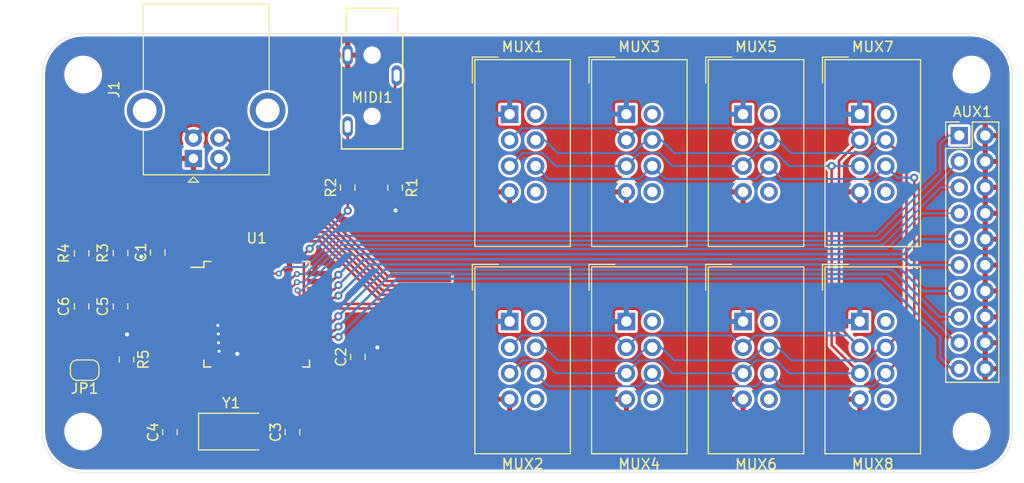
<source format=kicad_pcb>
(kicad_pcb (version 20171130) (host pcbnew "(5.1.2)-1")
  (layers (0 F.Cu signal) (31 B.Cu signal) (34 B.Paste user) (35 F.Paste user) (36 B.SilkS user) (37 F.SilkS user) (38 B.Mask user) (39 F.Mask user) (44 Edge.Cuts user))
  (net 0 "")
  (net 1 GND)
  (net 2 "Net-(MIDI1-PadR)")
  (net 3 "Net-(MIDI1-PadT)")
  (net 4 +5V)
  (net 5 M0)
  (net 6 S0)
  (net 7 S1)
  (net 8 S2)
  (net 9 S3)
  (net 10 M1)
  (net 11 M2)
  (net 12 M3)
  (net 13 M4)
  (net 14 M5)
  (net 15 M6)
  (net 16 M7)
  (net 17 TX)
  (net 18 "Net-(C3-Pad1)")
  (net 19 "Net-(C4-Pad1)")
  (net 20 "Net-(C6-Pad1)")
  (net 21 "Net-(J1-Pad2)")
  (net 22 "Net-(J1-Pad3)")
  (net 23 RESET)
  (net 24 D-)
  (net 25 D+)
  (net 26 A3)
  (net 27 A2)
  (net 28 A1)
  (net 29 A0)
  (net 30 D5)
  (net 31 D4)
  (net 32 D3)
  (net 33 D2)
  (net 34 D1)
  (net 35 D0)
  (module Connector_PinHeader_2.54mm:PinHeader_2x10_P2.54mm_Vertical (layer F.Cu) (at 193.75 35.75)
    (fp_text reference AUX1 (at 1.27 -2.33) (layer F.SilkS))
    (fp_text value AUX_CONN)
    (pad 20 thru_hole oval (at 2.54 22.86) (size 1.7 1.7) (drill 1) (layers *.Cu *.Mask) (net 1 GND))
    (pad 19 thru_hole oval (at 0 22.86) (size 1.7 1.7) (drill 1) (layers *.Cu *.Mask) (net 26 A3))
    (pad 18 thru_hole oval (at 2.54 20.32) (size 1.7 1.7) (drill 1) (layers *.Cu *.Mask) (net 1 GND))
    (pad 17 thru_hole oval (at 0 20.32) (size 1.7 1.7) (drill 1) (layers *.Cu *.Mask) (net 27 A2))
    (pad 16 thru_hole oval (at 2.54 17.78) (size 1.7 1.7) (drill 1) (layers *.Cu *.Mask) (net 1 GND))
    (pad 15 thru_hole oval (at 0 17.78) (size 1.7 1.7) (drill 1) (layers *.Cu *.Mask) (net 28 A1))
    (pad 14 thru_hole oval (at 2.54 15.24) (size 1.7 1.7) (drill 1) (layers *.Cu *.Mask) (net 1 GND))
    (pad 13 thru_hole oval (at 0 15.24) (size 1.7 1.7) (drill 1) (layers *.Cu *.Mask) (net 29 A0))
    (pad 12 thru_hole oval (at 2.54 12.7) (size 1.7 1.7) (drill 1) (layers *.Cu *.Mask) (net 1 GND))
    (pad 11 thru_hole oval (at 0 12.7) (size 1.7 1.7) (drill 1) (layers *.Cu *.Mask) (net 30 D5))
    (pad 10 thru_hole oval (at 2.54 10.16) (size 1.7 1.7) (drill 1) (layers *.Cu *.Mask) (net 1 GND))
    (pad 9 thru_hole oval (at 0 10.16) (size 1.7 1.7) (drill 1) (layers *.Cu *.Mask) (net 31 D4))
    (pad 8 thru_hole oval (at 2.54 7.62) (size 1.7 1.7) (drill 1) (layers *.Cu *.Mask) (net 1 GND))
    (pad 7 thru_hole oval (at 0 7.62) (size 1.7 1.7) (drill 1) (layers *.Cu *.Mask) (net 32 D3))
    (pad 6 thru_hole oval (at 2.54 5.08) (size 1.7 1.7) (drill 1) (layers *.Cu *.Mask) (net 1 GND))
    (pad 5 thru_hole oval (at 0 5.08) (size 1.7 1.7) (drill 1) (layers *.Cu *.Mask) (net 33 D2))
    (pad 4 thru_hole oval (at 2.54 2.54) (size 1.7 1.7) (drill 1) (layers *.Cu *.Mask) (net 1 GND))
    (pad 3 thru_hole oval (at 0 2.54) (size 1.7 1.7) (drill 1) (layers *.Cu *.Mask) (net 34 D1))
    (pad 2 thru_hole oval (at 2.54 0) (size 1.7 1.7) (drill 1) (layers *.Cu *.Mask) (net 1 GND))
    (pad 1 thru_hole rect (at 0 0) (size 1.7 1.7) (drill 1) (layers *.Cu *.Mask) (net 35 D0))
  )
  (module MountingHole:MountingHole_3.2mm_M3 (layer F.Cu) (at 194.95 64.77)
    (fp_text reference H4 hide)
    (fp_text value MountingHole)
    (pad 1 np_thru_hole circle (at 0 0) (size 3.2 3.2) (drill 3.2) (layers *.Cu *.Mask))
  )
  (module MountingHole:MountingHole_3.2mm_M3 (layer F.Cu) (at 107.95 29.77)
    (fp_text reference H3 hide)
    (fp_text value MountingHole)
    (pad 1 np_thru_hole circle (at 0 0) (size 3.2 3.2) (drill 3.2) (layers *.Cu *.Mask))
  )
  (module MountingHole:MountingHole_3.2mm_M3 (layer F.Cu) (at 107.95 64.77)
    (fp_text reference H2 hide)
    (fp_text value MountingHole)
    (pad 1 np_thru_hole circle (at 0 0) (size 3.2 3.2) (drill 3.2) (layers *.Cu *.Mask))
  )
  (module MountingHole:MountingHole_3.2mm_M3 (layer F.Cu) (at 194.95 29.77)
    (fp_text reference H1 hide)
    (fp_text value MountingHole)
    (pad 1 np_thru_hole circle (at 0 0) (size 3.2 3.2) (drill 3.2) (layers *.Cu *.Mask))
  )
  (module Capacitor_SMD:C_0805_2012Metric (layer F.Cu) (at 115.255 47.215 90)
    (fp_text reference C1 (at 0 -1.65 90) (layer F.SilkS))
    (fp_text value 0.1uF)
    (pad 1 smd roundrect (at -0.9375 0 90) (size 0.975 1.4) (layers F.Cu F.Paste F.Mask) (net 4 +5V))
    (pad 2 smd roundrect (at 0.9375 0 90) (size 0.975 1.4) (layers F.Cu F.Paste F.Mask) (net 1 GND))
  )
  (module Capacitor_SMD:C_0805_2012Metric (layer F.Cu) (at 134.856001 57.457501 90)
    (fp_text reference C2 (at 0 -1.65 90) (layer F.SilkS))
    (fp_text value 0.1uF)
    (pad 2 smd roundrect (at 0.9375 0 90) (size 0.975 1.4) (layers F.Cu F.Paste F.Mask) (net 4 +5V))
    (pad 1 smd roundrect (at -0.9375 0 90) (size 0.975 1.4) (layers F.Cu F.Paste F.Mask) (net 1 GND))
  )
  (module Capacitor_SMD:C_0805_2012Metric (layer F.Cu) (at 128.45 64.8325 90)
    (fp_text reference C3 (at 0 -1.65 90) (layer F.SilkS))
    (fp_text value 22pf)
    (pad 2 smd roundrect (at 0.9375 0 90) (size 0.975 1.4) (layers F.Cu F.Paste F.Mask) (net 1 GND))
    (pad 1 smd roundrect (at -0.9375 0 90) (size 0.975 1.4) (layers F.Cu F.Paste F.Mask) (net 18 "Net-(C3-Pad1)"))
  )
  (module Capacitor_SMD:C_0805_2012Metric (layer F.Cu) (at 116.45 64.8325 90)
    (fp_text reference C4 (at 0 -1.65 90) (layer F.SilkS))
    (fp_text value 22pF)
    (pad 1 smd roundrect (at -0.9375 0 90) (size 0.975 1.4) (layers F.Cu F.Paste F.Mask) (net 19 "Net-(C4-Pad1)"))
    (pad 2 smd roundrect (at 0.9375 0 90) (size 0.975 1.4) (layers F.Cu F.Paste F.Mask) (net 1 GND))
  )
  (module Capacitor_SMD:C_0805_2012Metric (layer F.Cu) (at 111.615001 52.504501 270)
    (fp_text reference C5 (at 0 1.75 90) (layer F.SilkS))
    (fp_text value 0.1uF)
    (pad 1 smd roundrect (at -0.9375 0 270) (size 0.975 1.4) (layers F.Cu F.Paste F.Mask) (net 1 GND))
    (pad 2 smd roundrect (at 0.9375 0 270) (size 0.975 1.4) (layers F.Cu F.Paste F.Mask) (net 4 +5V))
  )
  (module Capacitor_SMD:C_0805_2012Metric (layer F.Cu) (at 107.805001 52.504501 90)
    (fp_text reference C6 (at 0 -1.75 90) (layer F.SilkS))
    (fp_text value 22pF)
    (pad 2 smd roundrect (at 0.9375 0 90) (size 0.975 1.4) (layers F.Cu F.Paste F.Mask) (net 1 GND))
    (pad 1 smd roundrect (at -0.9375 0 90) (size 0.975 1.4) (layers F.Cu F.Paste F.Mask) (net 20 "Net-(C6-Pad1)"))
  )
  (module Connector_USB:USB_B_OST_USB-B1HSxx_Horizontal (layer F.Cu) (at 118.75 38 90)
    (fp_text reference J1 (at 6.76 -7.77 90) (layer F.SilkS))
    (fp_text value USB)
    (pad 1 thru_hole rect (at 0 0 90) (size 1.7 1.7) (drill 0.92) (layers *.Cu *.Mask) (net 1 GND))
    (pad 2 thru_hole circle (at 0 2.5 90) (size 1.7 1.7) (drill 0.92) (layers *.Cu *.Mask) (net 21 "Net-(J1-Pad2)"))
    (pad 3 thru_hole circle (at 2 2.5 90) (size 1.7 1.7) (drill 0.92) (layers *.Cu *.Mask) (net 22 "Net-(J1-Pad3)"))
    (pad 4 thru_hole circle (at 2 0 90) (size 1.7 1.7) (drill 0.92) (layers *.Cu *.Mask) (net 4 +5V))
    (pad 5 thru_hole circle (at 4.71 -4.77 90) (size 3.5 3.5) (drill 2.33) (layers *.Cu *.Mask))
    (pad 5 thru_hole circle (at 4.71 7.27 90) (size 3.5 3.5) (drill 2.33) (layers *.Cu *.Mask))
  )
  (module Jumper:SolderJumper-2_P1.3mm_Open_RoundedPad1.0x1.5mm (layer F.Cu) (at 108.1 58.75 180)
    (fp_text reference JP1 (at 0 -1.8) (layer F.SilkS))
    (fp_text value SolderJumper_2_Open)
    (pad 1 smd custom (at -0.65 0 180) (size 1 0.5) (layers F.Cu F.Mask) (net 23 RESET) (options (clearance outline) (anchor rect)) (primitives (gr_circle (center 0 0.25) (end 0.5 0.25) (width 0)) (gr_circle (center 0 -0.25) (end 0.5 -0.25) (width 0)) (gr_poly (pts (xy 0 -0.75) (xy 0.5 -0.75) (xy 0.5 0.75) (xy 0 0.75)) (width 0))))
    (pad 2 smd custom (at 0.65 0 180) (size 1 0.5) (layers F.Cu F.Mask) (net 1 GND) (options (clearance outline) (anchor rect)) (primitives (gr_circle (center 0 0.25) (end 0.5 0.25) (width 0)) (gr_circle (center 0 -0.25) (end 0.5 -0.25) (width 0)) (gr_poly (pts (xy 0 -0.75) (xy -0.5 -0.75) (xy -0.5 0.75) (xy 0 0.75)) (width 0))))
  )
  (module Connector_Audio:3.5mm_jack_THT (layer F.Cu) (at 136.25 25.77)
    (fp_text reference MIDI1 (at 0 6.25) (layer F.SilkS))
    (fp_text value MIDI_OUT)
    (pad "" np_thru_hole circle (at 0 2.1) (size 1.2 1.2) (drill 1.2) (layers *.Cu *.Mask))
    (pad "" np_thru_hole circle (at 0 8.1) (size 1.2 1.2) (drill 1.2) (layers *.Cu *.Mask))
    (pad S thru_hole oval (at -2.4 2.1) (size 1 2) (drill oval 0.6 1.2) (layers *.Cu *.Mask) (net 1 GND))
    (pad R thru_hole oval (at 2.4 4.1) (size 1 2) (drill oval 0.6 1.2) (layers *.Cu *.Mask) (net 2 "Net-(MIDI1-PadR)"))
    (pad T thru_hole oval (at -2.4 9.1) (size 1 2) (drill oval 0.6 1.2) (layers *.Cu *.Mask) (net 3 "Net-(MIDI1-PadT)"))
  )
  (module Connector_IDC:IDC-Header_2x04_P2.54mm_Vertical (layer F.Cu) (at 149.715001 33.660001)
    (fp_text reference MUX1 (at 1.27 -6.604) (layer F.SilkS))
    (fp_text value Conn_01x08)
    (pad 1 thru_hole rect (at 0 0) (size 1.7272 1.7272) (drill 1.016) (layers *.Cu *.Mask) (net 4 +5V))
    (pad 2 thru_hole oval (at 2.54 0) (size 1.7272 1.7272) (drill 1.016) (layers *.Cu *.Mask) (net 5 M0))
    (pad 3 thru_hole oval (at 0 2.54) (size 1.7272 1.7272) (drill 1.016) (layers *.Cu *.Mask) (net 9 S3))
    (pad 4 thru_hole oval (at 2.54 2.54) (size 1.7272 1.7272) (drill 1.016) (layers *.Cu *.Mask) (net 8 S2))
    (pad 5 thru_hole oval (at 0 5.08) (size 1.7272 1.7272) (drill 1.016) (layers *.Cu *.Mask) (net 7 S1))
    (pad 6 thru_hole oval (at 2.54 5.08) (size 1.7272 1.7272) (drill 1.016) (layers *.Cu *.Mask) (net 6 S0))
    (pad 7 thru_hole oval (at 0 7.62) (size 1.7272 1.7272) (drill 1.016) (layers *.Cu *.Mask) (net 1 GND))
    (pad 8 thru_hole oval (at 2.54 7.62) (size 1.7272 1.7272) (drill 1.016) (layers *.Cu *.Mask))
  )
  (module Connector_IDC:IDC-Header_2x04_P2.54mm_Vertical (layer F.Cu) (at 149.715001 53.980001)
    (fp_text reference MUX2 (at 1.27 13.97) (layer F.SilkS))
    (fp_text value Conn_01x08)
    (pad 1 thru_hole rect (at 0 0) (size 1.7272 1.7272) (drill 1.016) (layers *.Cu *.Mask) (net 4 +5V))
    (pad 2 thru_hole oval (at 2.54 0) (size 1.7272 1.7272) (drill 1.016) (layers *.Cu *.Mask) (net 10 M1))
    (pad 3 thru_hole oval (at 0 2.54) (size 1.7272 1.7272) (drill 1.016) (layers *.Cu *.Mask) (net 9 S3))
    (pad 4 thru_hole oval (at 2.54 2.54) (size 1.7272 1.7272) (drill 1.016) (layers *.Cu *.Mask) (net 8 S2))
    (pad 5 thru_hole oval (at 0 5.08) (size 1.7272 1.7272) (drill 1.016) (layers *.Cu *.Mask) (net 7 S1))
    (pad 6 thru_hole oval (at 2.54 5.08) (size 1.7272 1.7272) (drill 1.016) (layers *.Cu *.Mask) (net 6 S0))
    (pad 7 thru_hole oval (at 0 7.62) (size 1.7272 1.7272) (drill 1.016) (layers *.Cu *.Mask) (net 1 GND))
    (pad 8 thru_hole oval (at 2.54 7.62) (size 1.7272 1.7272) (drill 1.016) (layers *.Cu *.Mask))
  )
  (module Connector_IDC:IDC-Header_2x04_P2.54mm_Vertical (layer F.Cu) (at 161.145001 33.660001)
    (fp_text reference MUX3 (at 1.27 -6.604) (layer F.SilkS))
    (fp_text value Conn_01x08)
    (pad 1 thru_hole rect (at 0 0) (size 1.7272 1.7272) (drill 1.016) (layers *.Cu *.Mask) (net 4 +5V))
    (pad 2 thru_hole oval (at 2.54 0) (size 1.7272 1.7272) (drill 1.016) (layers *.Cu *.Mask) (net 11 M2))
    (pad 3 thru_hole oval (at 0 2.54) (size 1.7272 1.7272) (drill 1.016) (layers *.Cu *.Mask) (net 9 S3))
    (pad 4 thru_hole oval (at 2.54 2.54) (size 1.7272 1.7272) (drill 1.016) (layers *.Cu *.Mask) (net 8 S2))
    (pad 5 thru_hole oval (at 0 5.08) (size 1.7272 1.7272) (drill 1.016) (layers *.Cu *.Mask) (net 7 S1))
    (pad 6 thru_hole oval (at 2.54 5.08) (size 1.7272 1.7272) (drill 1.016) (layers *.Cu *.Mask) (net 6 S0))
    (pad 7 thru_hole oval (at 0 7.62) (size 1.7272 1.7272) (drill 1.016) (layers *.Cu *.Mask) (net 1 GND))
    (pad 8 thru_hole oval (at 2.54 7.62) (size 1.7272 1.7272) (drill 1.016) (layers *.Cu *.Mask))
  )
  (module Connector_IDC:IDC-Header_2x04_P2.54mm_Vertical (layer F.Cu) (at 161.145001 53.980001)
    (fp_text reference MUX4 (at 1.27 13.97) (layer F.SilkS))
    (fp_text value Conn_01x08)
    (pad 8 thru_hole oval (at 2.54 7.62) (size 1.7272 1.7272) (drill 1.016) (layers *.Cu *.Mask))
    (pad 7 thru_hole oval (at 0 7.62) (size 1.7272 1.7272) (drill 1.016) (layers *.Cu *.Mask) (net 1 GND))
    (pad 6 thru_hole oval (at 2.54 5.08) (size 1.7272 1.7272) (drill 1.016) (layers *.Cu *.Mask) (net 6 S0))
    (pad 5 thru_hole oval (at 0 5.08) (size 1.7272 1.7272) (drill 1.016) (layers *.Cu *.Mask) (net 7 S1))
    (pad 4 thru_hole oval (at 2.54 2.54) (size 1.7272 1.7272) (drill 1.016) (layers *.Cu *.Mask) (net 8 S2))
    (pad 3 thru_hole oval (at 0 2.54) (size 1.7272 1.7272) (drill 1.016) (layers *.Cu *.Mask) (net 9 S3))
    (pad 2 thru_hole oval (at 2.54 0) (size 1.7272 1.7272) (drill 1.016) (layers *.Cu *.Mask) (net 12 M3))
    (pad 1 thru_hole rect (at 0 0) (size 1.7272 1.7272) (drill 1.016) (layers *.Cu *.Mask) (net 4 +5V))
  )
  (module Connector_IDC:IDC-Header_2x04_P2.54mm_Vertical (layer F.Cu) (at 172.575001 33.660001)
    (fp_text reference MUX5 (at 1.27 -6.604) (layer F.SilkS))
    (fp_text value Conn_01x08)
    (pad 1 thru_hole rect (at 0 0) (size 1.7272 1.7272) (drill 1.016) (layers *.Cu *.Mask) (net 4 +5V))
    (pad 2 thru_hole oval (at 2.54 0) (size 1.7272 1.7272) (drill 1.016) (layers *.Cu *.Mask) (net 13 M4))
    (pad 3 thru_hole oval (at 0 2.54) (size 1.7272 1.7272) (drill 1.016) (layers *.Cu *.Mask) (net 9 S3))
    (pad 4 thru_hole oval (at 2.54 2.54) (size 1.7272 1.7272) (drill 1.016) (layers *.Cu *.Mask) (net 8 S2))
    (pad 5 thru_hole oval (at 0 5.08) (size 1.7272 1.7272) (drill 1.016) (layers *.Cu *.Mask) (net 7 S1))
    (pad 6 thru_hole oval (at 2.54 5.08) (size 1.7272 1.7272) (drill 1.016) (layers *.Cu *.Mask) (net 6 S0))
    (pad 7 thru_hole oval (at 0 7.62) (size 1.7272 1.7272) (drill 1.016) (layers *.Cu *.Mask) (net 1 GND))
    (pad 8 thru_hole oval (at 2.54 7.62) (size 1.7272 1.7272) (drill 1.016) (layers *.Cu *.Mask))
  )
  (module Connector_IDC:IDC-Header_2x04_P2.54mm_Vertical (layer F.Cu) (at 172.575001 53.980001)
    (fp_text reference MUX6 (at 1.27 14) (layer F.SilkS))
    (fp_text value Conn_01x08)
    (pad 8 thru_hole oval (at 2.54 7.62) (size 1.7272 1.7272) (drill 1.016) (layers *.Cu *.Mask))
    (pad 7 thru_hole oval (at 0 7.62) (size 1.7272 1.7272) (drill 1.016) (layers *.Cu *.Mask) (net 1 GND))
    (pad 6 thru_hole oval (at 2.54 5.08) (size 1.7272 1.7272) (drill 1.016) (layers *.Cu *.Mask) (net 6 S0))
    (pad 5 thru_hole oval (at 0 5.08) (size 1.7272 1.7272) (drill 1.016) (layers *.Cu *.Mask) (net 7 S1))
    (pad 4 thru_hole oval (at 2.54 2.54) (size 1.7272 1.7272) (drill 1.016) (layers *.Cu *.Mask) (net 8 S2))
    (pad 3 thru_hole oval (at 0 2.54) (size 1.7272 1.7272) (drill 1.016) (layers *.Cu *.Mask) (net 9 S3))
    (pad 2 thru_hole oval (at 2.54 0) (size 1.7272 1.7272) (drill 1.016) (layers *.Cu *.Mask) (net 14 M5))
    (pad 1 thru_hole rect (at 0 0) (size 1.7272 1.7272) (drill 1.016) (layers *.Cu *.Mask) (net 4 +5V))
  )
  (module Connector_IDC:IDC-Header_2x04_P2.54mm_Vertical (layer F.Cu) (at 184.005001 33.660001)
    (fp_text reference MUX7 (at 1.27 -6.604) (layer F.SilkS))
    (fp_text value Conn_01x08)
    (pad 8 thru_hole oval (at 2.54 7.62) (size 1.7272 1.7272) (drill 1.016) (layers *.Cu *.Mask))
    (pad 7 thru_hole oval (at 0 7.62) (size 1.7272 1.7272) (drill 1.016) (layers *.Cu *.Mask) (net 1 GND))
    (pad 6 thru_hole oval (at 2.54 5.08) (size 1.7272 1.7272) (drill 1.016) (layers *.Cu *.Mask) (net 6 S0))
    (pad 5 thru_hole oval (at 0 5.08) (size 1.7272 1.7272) (drill 1.016) (layers *.Cu *.Mask) (net 7 S1))
    (pad 4 thru_hole oval (at 2.54 2.54) (size 1.7272 1.7272) (drill 1.016) (layers *.Cu *.Mask) (net 8 S2))
    (pad 3 thru_hole oval (at 0 2.54) (size 1.7272 1.7272) (drill 1.016) (layers *.Cu *.Mask) (net 9 S3))
    (pad 2 thru_hole oval (at 2.54 0) (size 1.7272 1.7272) (drill 1.016) (layers *.Cu *.Mask) (net 15 M6))
    (pad 1 thru_hole rect (at 0 0) (size 1.7272 1.7272) (drill 1.016) (layers *.Cu *.Mask) (net 4 +5V))
  )
  (module Connector_IDC:IDC-Header_2x04_P2.54mm_Vertical (layer F.Cu) (at 184.005001 53.980001)
    (fp_text reference MUX8 (at 1.27 13.97) (layer F.SilkS))
    (fp_text value Conn_01x08)
    (pad 1 thru_hole rect (at 0 0) (size 1.7272 1.7272) (drill 1.016) (layers *.Cu *.Mask) (net 4 +5V))
    (pad 2 thru_hole oval (at 2.54 0) (size 1.7272 1.7272) (drill 1.016) (layers *.Cu *.Mask) (net 16 M7))
    (pad 3 thru_hole oval (at 0 2.54) (size 1.7272 1.7272) (drill 1.016) (layers *.Cu *.Mask) (net 9 S3))
    (pad 4 thru_hole oval (at 2.54 2.54) (size 1.7272 1.7272) (drill 1.016) (layers *.Cu *.Mask) (net 8 S2))
    (pad 5 thru_hole oval (at 0 5.08) (size 1.7272 1.7272) (drill 1.016) (layers *.Cu *.Mask) (net 7 S1))
    (pad 6 thru_hole oval (at 2.54 5.08) (size 1.7272 1.7272) (drill 1.016) (layers *.Cu *.Mask) (net 6 S0))
    (pad 7 thru_hole oval (at 0 7.62) (size 1.7272 1.7272) (drill 1.016) (layers *.Cu *.Mask) (net 1 GND))
    (pad 8 thru_hole oval (at 2.54 7.62) (size 1.7272 1.7272) (drill 1.016) (layers *.Cu *.Mask))
  )
  (module Resistor_SMD:R_0805_2012Metric (layer F.Cu) (at 138.495 40.865 270)
    (fp_text reference R1 (at 0 -1.65 90) (layer F.SilkS))
    (fp_text value 220)
    (pad 2 smd roundrect (at 0.9375 0 270) (size 0.975 1.4) (layers F.Cu F.Paste F.Mask) (net 4 +5V))
    (pad 1 smd roundrect (at -0.9375 0 270) (size 0.975 1.4) (layers F.Cu F.Paste F.Mask) (net 2 "Net-(MIDI1-PadR)"))
  )
  (module Resistor_SMD:R_0805_2012Metric (layer F.Cu) (at 133.86 40.865 90)
    (fp_text reference R2 (at 0 -1.65 90) (layer F.SilkS))
    (fp_text value 220)
    (pad 1 smd roundrect (at -0.9375 0 90) (size 0.975 1.4) (layers F.Cu F.Paste F.Mask) (net 17 TX))
    (pad 2 smd roundrect (at 0.9375 0 90) (size 0.975 1.4) (layers F.Cu F.Paste F.Mask) (net 3 "Net-(MIDI1-PadT)"))
  )
  (module Resistor_SMD:R_0805_2012Metric (layer F.Cu) (at 111.615001 47.27 90)
    (fp_text reference R3 (at 0 -1.75 90) (layer F.SilkS))
    (fp_text value 220)
    (pad 2 smd roundrect (at 0.9375 0 90) (size 0.975 1.4) (layers F.Cu F.Paste F.Mask) (net 22 "Net-(J1-Pad3)"))
    (pad 1 smd roundrect (at -0.9375 0 90) (size 0.975 1.4) (layers F.Cu F.Paste F.Mask) (net 24 D-))
  )
  (module Resistor_SMD:R_0805_2012Metric (layer F.Cu) (at 107.805001 47.297501 90)
    (fp_text reference R4 (at 0 -1.75 90) (layer F.SilkS))
    (fp_text value 220)
    (pad 1 smd roundrect (at -0.9375 0 90) (size 0.975 1.4) (layers F.Cu F.Paste F.Mask) (net 25 D+))
    (pad 2 smd roundrect (at 0.9375 0 90) (size 0.975 1.4) (layers F.Cu F.Paste F.Mask) (net 21 "Net-(J1-Pad2)"))
  )
  (module Resistor_SMD:R_0805_2012Metric (layer F.Cu) (at 112.2 57.7075 270)
    (fp_text reference R5 (at 0 -1.65 90) (layer F.SilkS))
    (fp_text value 10K)
    (pad 1 smd roundrect (at -0.9375 0 270) (size 0.975 1.4) (layers F.Cu F.Paste F.Mask) (net 4 +5V))
    (pad 2 smd roundrect (at 0.9375 0 270) (size 0.975 1.4) (layers F.Cu F.Paste F.Mask) (net 23 RESET))
  )
  (module Package_QFP:TQFP-44-1EP_10x10mm_P0.8mm_EP4.5x4.5mm (layer F.Cu) (at 124.95 53.27)
    (fp_text reference U1 (at 0 -7.45) (layer F.SilkS))
    (fp_text value ATMEGA32U4-AU)
    (pad 1 smd rect (at -5.7 -4) (size 1.5 0.55) (layers F.Cu F.Paste F.Mask))
    (pad 2 smd rect (at -5.7 -3.2) (size 1.5 0.55) (layers F.Cu F.Paste F.Mask) (net 4 +5V))
    (pad 3 smd rect (at -5.7 -2.4) (size 1.5 0.55) (layers F.Cu F.Paste F.Mask) (net 24 D-))
    (pad 4 smd rect (at -5.7 -1.6) (size 1.5 0.55) (layers F.Cu F.Paste F.Mask) (net 25 D+))
    (pad 5 smd rect (at -5.7 -0.8) (size 1.5 0.55) (layers F.Cu F.Paste F.Mask) (net 1 GND))
    (pad 6 smd rect (at -5.7 0) (size 1.5 0.55) (layers F.Cu F.Paste F.Mask) (net 20 "Net-(C6-Pad1)"))
    (pad 7 smd rect (at -5.7 0.8) (size 1.5 0.55) (layers F.Cu F.Paste F.Mask) (net 4 +5V))
    (pad 8 smd rect (at -5.7 1.6) (size 1.5 0.55) (layers F.Cu F.Paste F.Mask) (net 6 S0))
    (pad 9 smd rect (at -5.7 2.4) (size 1.5 0.55) (layers F.Cu F.Paste F.Mask) (net 7 S1))
    (pad 10 smd rect (at -5.7 3.2) (size 1.5 0.55) (layers F.Cu F.Paste F.Mask) (net 8 S2))
    (pad 11 smd rect (at -5.7 4) (size 1.5 0.55) (layers F.Cu F.Paste F.Mask) (net 9 S3))
    (pad 12 smd rect (at -4 5.7 90) (size 1.5 0.55) (layers F.Cu F.Paste F.Mask) (net 35 D0))
    (pad 13 smd rect (at -3.2 5.7 90) (size 1.5 0.55) (layers F.Cu F.Paste F.Mask) (net 23 RESET))
    (pad 14 smd rect (at -2.4 5.7 90) (size 1.5 0.55) (layers F.Cu F.Paste F.Mask) (net 4 +5V))
    (pad 15 smd rect (at -1.6 5.7 90) (size 1.5 0.55) (layers F.Cu F.Paste F.Mask) (net 1 GND))
    (pad 16 smd rect (at -0.8 5.7 90) (size 1.5 0.55) (layers F.Cu F.Paste F.Mask) (net 19 "Net-(C4-Pad1)"))
    (pad 17 smd rect (at 0 5.7 90) (size 1.5 0.55) (layers F.Cu F.Paste F.Mask) (net 18 "Net-(C3-Pad1)"))
    (pad 18 smd rect (at 0.8 5.7 90) (size 1.5 0.55) (layers F.Cu F.Paste F.Mask) (net 34 D1))
    (pad 19 smd rect (at 1.6 5.7 90) (size 1.5 0.55) (layers F.Cu F.Paste F.Mask) (net 33 D2))
    (pad 20 smd rect (at 2.4 5.7 90) (size 1.5 0.55) (layers F.Cu F.Paste F.Mask) (net 32 D3))
    (pad 21 smd rect (at 3.2 5.7 90) (size 1.5 0.55) (layers F.Cu F.Paste F.Mask) (net 17 TX))
    (pad 22 smd rect (at 4 5.7 90) (size 1.5 0.55) (layers F.Cu F.Paste F.Mask))
    (pad 23 smd rect (at 5.7 4) (size 1.5 0.55) (layers F.Cu F.Paste F.Mask) (net 1 GND))
    (pad 24 smd rect (at 5.7 3.2) (size 1.5 0.55) (layers F.Cu F.Paste F.Mask) (net 4 +5V))
    (pad 25 smd rect (at 5.7 2.4) (size 1.5 0.55) (layers F.Cu F.Paste F.Mask) (net 26 A3))
    (pad 26 smd rect (at 5.7 1.6) (size 1.5 0.55) (layers F.Cu F.Paste F.Mask) (net 27 A2))
    (pad 27 smd rect (at 5.7 0.8) (size 1.5 0.55) (layers F.Cu F.Paste F.Mask) (net 28 A1))
    (pad 28 smd rect (at 5.7 0) (size 1.5 0.55) (layers F.Cu F.Paste F.Mask) (net 15 M6))
    (pad 29 smd rect (at 5.7 -0.8) (size 1.5 0.55) (layers F.Cu F.Paste F.Mask) (net 16 M7))
    (pad 30 smd rect (at 5.7 -1.6) (size 1.5 0.55) (layers F.Cu F.Paste F.Mask) (net 29 A0))
    (pad 31 smd rect (at 5.7 -2.4) (size 1.5 0.55) (layers F.Cu F.Paste F.Mask) (net 30 D5))
    (pad 32 smd rect (at 5.7 -3.2) (size 1.5 0.55) (layers F.Cu F.Paste F.Mask) (net 31 D4))
    (pad 33 smd rect (at 5.7 -4) (size 1.5 0.55) (layers F.Cu F.Paste F.Mask) (net 1 GND))
    (pad 34 smd rect (at 4 -5.7 90) (size 1.5 0.55) (layers F.Cu F.Paste F.Mask) (net 4 +5V))
    (pad 35 smd rect (at 3.2 -5.7 90) (size 1.5 0.55) (layers F.Cu F.Paste F.Mask) (net 1 GND))
    (pad 36 smd rect (at 2.4 -5.7 90) (size 1.5 0.55) (layers F.Cu F.Paste F.Mask) (net 14 M5))
    (pad 37 smd rect (at 1.6 -5.7 90) (size 1.5 0.55) (layers F.Cu F.Paste F.Mask) (net 13 M4))
    (pad 38 smd rect (at 0.8 -5.7 90) (size 1.5 0.55) (layers F.Cu F.Paste F.Mask) (net 12 M3))
    (pad 39 smd rect (at 0 -5.7 90) (size 1.5 0.55) (layers F.Cu F.Paste F.Mask) (net 11 M2))
    (pad 40 smd rect (at -0.8 -5.7 90) (size 1.5 0.55) (layers F.Cu F.Paste F.Mask) (net 10 M1))
    (pad 41 smd rect (at -1.6 -5.7 90) (size 1.5 0.55) (layers F.Cu F.Paste F.Mask) (net 5 M0))
    (pad 42 smd rect (at -2.4 -5.7 90) (size 1.5 0.55) (layers F.Cu F.Paste F.Mask))
    (pad 43 smd rect (at -3.2 -5.7 90) (size 1.5 0.55) (layers F.Cu F.Paste F.Mask) (net 1 GND))
    (pad 44 smd rect (at -4 -5.7 90) (size 1.5 0.55) (layers F.Cu F.Paste F.Mask) (net 4 +5V))
    (pad 45 smd rect (at 0 0) (size 4.5 4.5) (layers F.Cu F.Mask) (net 1 GND))
  )
  (module Crystal:Crystal_SMD_Abracon_ABM3-2Pin_5.0x3.2mm (layer F.Cu) (at 122.45 64.77)
    (fp_text reference Y1 (at 0 -2.8) (layer F.SilkS))
    (fp_text value 16mhz)
    (pad 1 smd rect (at -2.05 0) (size 1.9 2.4) (layers F.Cu F.Paste F.Mask) (net 19 "Net-(C4-Pad1)"))
    (pad 2 smd rect (at 2.05 0) (size 1.9 2.4) (layers F.Cu F.Paste F.Mask) (net 18 "Net-(C3-Pad1)"))
  )
  (gr_line (start 198.95 29.77) (end 198.95 64.77) (layer Edge.Cuts) (width 0.05))
  (gr_arc (start 194.95 29.77) (end 198.95 29.77) (angle -90) (layer Edge.Cuts) (width 0.05))
  (gr_line (start 107.95 25.77) (end 194.95 25.77) (layer Edge.Cuts) (width 0.05))
  (gr_line (start 103.95 29.77) (end 103.95 64.77) (layer Edge.Cuts) (width 0.05))
  (gr_arc (start 107.95 29.77) (end 107.95 25.77) (angle -90) (layer Edge.Cuts) (width 0.05))
  (gr_arc (start 194.95 64.77) (end 194.95 68.77) (angle -90) (layer Edge.Cuts) (width 0.05))
  (gr_arc (start 107.95 64.77) (end 103.95 64.77) (angle -90) (layer Edge.Cuts) (width 0.05))
  (gr_line (start 194.95 68.77) (end 107.95 68.77) (layer Edge.Cuts) (width 0.05))
  (segment (start 173.845001 40.010001) (end 174.251402 39.6036) (width 0.2) (layer B.Cu) (net 6))
  (segment (start 163.685001 38.740001) (end 164.955001 40.010001) (width 0.2) (layer B.Cu) (net 6))
  (segment (start 164.955001 40.010001) (end 173.845001 40.010001) (width 0.2) (layer B.Cu) (net 6))
  (segment (start 174.251402 39.6036) (end 175.115001 38.740001) (width 0.2) (layer B.Cu) (net 6))
  (segment (start 185.681402 39.6036) (end 186.545001 38.740001) (width 0.2) (layer B.Cu) (net 6))
  (segment (start 185.275001 40.010001) (end 185.681402 39.6036) (width 0.2) (layer B.Cu) (net 6))
  (segment (start 175.115001 38.740001) (end 176.385001 40.010001) (width 0.2) (layer B.Cu) (net 6))
  (segment (start 176.385001 40.010001) (end 185.275001 40.010001) (width 0.2) (layer B.Cu) (net 6))
  (segment (start 162.821402 39.6036) (end 163.685001 38.740001) (width 0.2) (layer B.Cu) (net 6))
  (segment (start 162.415001 40.010001) (end 162.821402 39.6036) (width 0.2) (layer B.Cu) (net 6))
  (segment (start 153.525001 40.010001) (end 162.415001 40.010001) (width 0.2) (layer B.Cu) (net 6))
  (segment (start 152.255001 38.740001) (end 153.525001 40.010001) (width 0.2) (layer B.Cu) (net 6))
  (segment (start 159.923687 38.740001) (end 161.145001 38.740001) (width 0.2) (layer B.Cu) (net 7))
  (segment (start 152.959302 37.470001) (end 154.229302 38.740001) (width 0.2) (layer B.Cu) (net 7))
  (segment (start 150.985001 37.470001) (end 152.959302 37.470001) (width 0.2) (layer B.Cu) (net 7))
  (segment (start 149.715001 38.740001) (end 150.985001 37.470001) (width 0.2) (layer B.Cu) (net 7))
  (segment (start 154.229302 38.740001) (end 159.923687 38.740001) (width 0.2) (layer B.Cu) (net 7))
  (segment (start 162.415001 37.470001) (end 164.389302 37.470001) (width 0.2) (layer B.Cu) (net 7))
  (segment (start 177.089302 38.740001) (end 182.783687 38.740001) (width 0.2) (layer B.Cu) (net 7))
  (segment (start 165.659302 38.740001) (end 171.353687 38.740001) (width 0.2) (layer B.Cu) (net 7))
  (segment (start 175.819302 37.470001) (end 177.089302 38.740001) (width 0.2) (layer B.Cu) (net 7))
  (segment (start 161.145001 38.740001) (end 162.415001 37.470001) (width 0.2) (layer B.Cu) (net 7))
  (segment (start 182.783687 38.740001) (end 184.005001 38.740001) (width 0.2) (layer B.Cu) (net 7))
  (segment (start 172.575001 38.740001) (end 173.845001 37.470001) (width 0.2) (layer B.Cu) (net 7))
  (segment (start 164.389302 37.470001) (end 165.659302 38.740001) (width 0.2) (layer B.Cu) (net 7))
  (segment (start 173.845001 37.470001) (end 175.819302 37.470001) (width 0.2) (layer B.Cu) (net 7))
  (segment (start 171.353687 38.740001) (end 172.575001 38.740001) (width 0.2) (layer B.Cu) (net 7))
  (segment (start 161.849303 37.470001) (end 163.119303 36.200001) (width 0.2) (layer B.Cu) (net 8))
  (segment (start 153.144001 36.200001) (end 154.414001 37.470001) (width 0.2) (layer B.Cu) (net 8))
  (segment (start 154.414001 37.470001) (end 161.849303 37.470001) (width 0.2) (layer B.Cu) (net 8))
  (segment (start 163.119303 36.200001) (end 163.685001 36.200001) (width 0.2) (layer B.Cu) (net 8))
  (segment (start 152.255001 36.200001) (end 153.144001 36.200001) (width 0.2) (layer B.Cu) (net 8))
  (segment (start 163.685001 36.200001) (end 164.574001 36.200001) (width 0.2) (layer B.Cu) (net 8))
  (segment (start 165.844001 37.470001) (end 173.279303 37.470001) (width 0.2) (layer B.Cu) (net 8))
  (segment (start 174.549303 36.200001) (end 175.115001 36.200001) (width 0.2) (layer B.Cu) (net 8))
  (segment (start 164.574001 36.200001) (end 165.844001 37.470001) (width 0.2) (layer B.Cu) (net 8))
  (segment (start 173.279303 37.470001) (end 174.549303 36.200001) (width 0.2) (layer B.Cu) (net 8))
  (segment (start 175.115001 36.200001) (end 176.004001 36.200001) (width 0.2) (layer B.Cu) (net 8))
  (segment (start 185.979303 36.200001) (end 186.545001 36.200001) (width 0.2) (layer B.Cu) (net 8))
  (segment (start 177.274001 37.470001) (end 184.709303 37.470001) (width 0.2) (layer B.Cu) (net 8))
  (segment (start 176.004001 36.200001) (end 177.274001 37.470001) (width 0.2) (layer B.Cu) (net 8))
  (segment (start 184.709303 37.470001) (end 185.979303 36.200001) (width 0.2) (layer B.Cu) (net 8))
  (segment (start 150.878602 35.0364) (end 159.9814 35.0364) (width 0.2) (layer B.Cu) (net 9))
  (segment (start 159.9814 35.0364) (end 160.281402 35.336402) (width 0.2) (layer B.Cu) (net 9))
  (segment (start 149.715001 36.200001) (end 150.878602 35.0364) (width 0.2) (layer B.Cu) (net 9))
  (segment (start 160.281402 35.336402) (end 161.145001 36.200001) (width 0.2) (layer B.Cu) (net 9))
  (segment (start 171.711402 35.336402) (end 172.575001 36.200001) (width 0.2) (layer B.Cu) (net 9))
  (segment (start 162.308602 35.0364) (end 171.4114 35.0364) (width 0.2) (layer B.Cu) (net 9))
  (segment (start 171.4114 35.0364) (end 171.711402 35.336402) (width 0.2) (layer B.Cu) (net 9))
  (segment (start 161.145001 36.200001) (end 162.308602 35.0364) (width 0.2) (layer B.Cu) (net 9))
  (segment (start 172.575001 36.200001) (end 173.738602 35.0364) (width 0.2) (layer B.Cu) (net 9))
  (segment (start 182.8414 35.0364) (end 183.141402 35.336402) (width 0.2) (layer B.Cu) (net 9))
  (segment (start 173.738602 35.0364) (end 182.8414 35.0364) (width 0.2) (layer B.Cu) (net 9))
  (segment (start 183.141402 35.336402) (end 184.005001 36.200001) (width 0.2) (layer B.Cu) (net 9))
  (segment (start 184.709303 57.790001) (end 185.979303 56.520001) (width 0.2) (layer B.Cu) (net 8))
  (segment (start 176.004001 56.520001) (end 177.274001 57.790001) (width 0.2) (layer B.Cu) (net 8))
  (segment (start 177.274001 57.790001) (end 184.709303 57.790001) (width 0.2) (layer B.Cu) (net 8))
  (segment (start 185.979303 56.520001) (end 186.545001 56.520001) (width 0.2) (layer B.Cu) (net 8))
  (segment (start 175.115001 56.520001) (end 176.004001 56.520001) (width 0.2) (layer B.Cu) (net 8))
  (segment (start 173.279303 57.790001) (end 174.549303 56.520001) (width 0.2) (layer B.Cu) (net 8))
  (segment (start 164.574001 56.520001) (end 165.844001 57.790001) (width 0.2) (layer B.Cu) (net 8))
  (segment (start 165.844001 57.790001) (end 173.279303 57.790001) (width 0.2) (layer B.Cu) (net 8))
  (segment (start 174.549303 56.520001) (end 175.115001 56.520001) (width 0.2) (layer B.Cu) (net 8))
  (segment (start 163.685001 56.520001) (end 164.574001 56.520001) (width 0.2) (layer B.Cu) (net 8))
  (segment (start 171.353687 59.060001) (end 172.575001 59.060001) (width 0.2) (layer B.Cu) (net 7))
  (segment (start 164.389302 57.790001) (end 165.659302 59.060001) (width 0.2) (layer B.Cu) (net 7))
  (segment (start 162.415001 57.790001) (end 164.389302 57.790001) (width 0.2) (layer B.Cu) (net 7))
  (segment (start 161.145001 59.060001) (end 162.415001 57.790001) (width 0.2) (layer B.Cu) (net 7))
  (segment (start 165.659302 59.060001) (end 171.353687 59.060001) (width 0.2) (layer B.Cu) (net 7))
  (segment (start 182.783687 59.060001) (end 184.005001 59.060001) (width 0.2) (layer B.Cu) (net 7))
  (segment (start 175.819302 57.790001) (end 177.089302 59.060001) (width 0.2) (layer B.Cu) (net 7))
  (segment (start 173.845001 57.790001) (end 175.819302 57.790001) (width 0.2) (layer B.Cu) (net 7))
  (segment (start 172.575001 59.060001) (end 173.845001 57.790001) (width 0.2) (layer B.Cu) (net 7))
  (segment (start 177.089302 59.060001) (end 182.783687 59.060001) (width 0.2) (layer B.Cu) (net 7))
  (segment (start 138.495 30.025) (end 138.65 29.87) (width 0.25) (layer F.Cu) (net 2))
  (segment (start 138.495 39.9275) (end 138.495 30.025) (width 0.25) (layer F.Cu) (net 2))
  (segment (start 133.86 34.88) (end 133.85 34.87) (width 0.25) (layer F.Cu) (net 3))
  (segment (start 133.86 39.9275) (end 133.86 34.88) (width 0.25) (layer F.Cu) (net 3))
  (via (at 112.25 55.249862) (size 0.8) (drill 0.4) (layers F.Cu B.Cu) (net 4))
  (segment (start 112.2 56.77) (end 112.2 55.299862) (width 0.25) (layer F.Cu) (net 4))
  (segment (start 112.2 55.299862) (end 112.25 55.249862) (width 0.25) (layer F.Cu) (net 4))
  (segment (start 112.2 55.199862) (end 112.25 55.249862) (width 0.25) (layer F.Cu) (net 4))
  (via (at 138.545 43.095) (size 0.8) (drill 0.4) (layers F.Cu B.Cu) (net 4))
  (segment (start 138.495 41.8025) (end 138.495 43.045) (width 0.25) (layer F.Cu) (net 4))
  (segment (start 138.495 43.045) (end 138.545 43.095) (width 0.25) (layer F.Cu) (net 4))
  (segment (start 138.454999 43.185001) (end 138.545 43.095) (width 0.25) (layer F.Cu) (net 4))
  (segment (start 117.1725 50.07) (end 119.25 50.07) (width 0.25) (layer F.Cu) (net 4))
  (segment (start 115.255 48.1525) (end 117.1725 50.07) (width 0.25) (layer F.Cu) (net 4))
  (segment (start 120.375001 46.995001) (end 120.95 47.57) (width 0.25) (layer F.Cu) (net 4))
  (segment (start 115.255 48.1525) (end 116.412499 46.995001) (width 0.25) (layer F.Cu) (net 4))
  (segment (start 116.412499 46.995001) (end 120.375001 46.995001) (width 0.25) (layer F.Cu) (net 4))
  (segment (start 112.171238 53.998238) (end 119.178238 53.998238) (width 0.25) (layer F.Cu) (net 4))
  (segment (start 111.615001 53.442001) (end 112.171238 53.998238) (width 0.25) (layer F.Cu) (net 4))
  (segment (start 119.178238 53.998238) (end 119.25 54.07) (width 0.25) (layer F.Cu) (net 4))
  (segment (start 112.25 54.077) (end 112.25 55.249862) (width 0.25) (layer F.Cu) (net 4))
  (segment (start 112.171238 53.998238) (end 112.25 54.077) (width 0.25) (layer F.Cu) (net 4))
  (segment (start 134.806 56.47) (end 134.856001 56.520001) (width 0.25) (layer F.Cu) (net 4))
  (segment (start 130.65 56.47) (end 134.806 56.47) (width 0.25) (layer F.Cu) (net 4))
  (via (at 113.647001 47.630001) (size 0.8) (drill 0.4) (layers F.Cu B.Cu) (net 4))
  (segment (start 115.255 48.1525) (end 114.1695 48.1525) (width 0.25) (layer F.Cu) (net 4))
  (segment (start 114.1695 48.1525) (end 113.647001 47.630001) (width 0.25) (layer F.Cu) (net 4))
  (via (at 136.761001 56.520001) (size 0.8) (drill 0.4) (layers F.Cu B.Cu) (net 4))
  (segment (start 134.856001 56.520001) (end 136.761001 56.520001) (width 0.25) (layer F.Cu) (net 4))
  (via (at 123.045001 57.155001) (size 0.8) (drill 0.4) (layers F.Cu B.Cu) (net 4))
  (segment (start 122.55 58.97) (end 122.55 57.650002) (width 0.25) (layer F.Cu) (net 4))
  (segment (start 122.645002 57.555) (end 123.045001 57.155001) (width 0.25) (layer F.Cu) (net 4))
  (segment (start 122.55 57.650002) (end 122.645002 57.555) (width 0.25) (layer F.Cu) (net 4))
  (segment (start 126.052047 43.867953) (end 132.117003 43.867953) (width 0.25) (layer F.Cu) (net 5))
  (segment (start 123.35 47.57) (end 123.35 46.57) (width 0.25) (layer F.Cu) (net 5))
  (segment (start 123.35 46.57) (end 126.052047 43.867953) (width 0.25) (layer F.Cu) (net 5))
  (segment (start 132.117003 43.867953) (end 137.808981 49.559931) (width 0.25) (layer F.Cu) (net 5))
  (segment (start 137.808981 49.559931) (end 143.873001 49.559931) (width 0.25) (layer F.Cu) (net 5))
  (segment (start 162.821402 59.9236) (end 163.685001 59.060001) (width 0.2) (layer B.Cu) (net 6))
  (segment (start 162.415001 60.330001) (end 162.821402 59.9236) (width 0.2) (layer B.Cu) (net 6))
  (segment (start 152.255001 59.060001) (end 153.525001 60.330001) (width 0.2) (layer B.Cu) (net 6))
  (segment (start 153.525001 60.330001) (end 162.415001 60.330001) (width 0.2) (layer B.Cu) (net 6))
  (segment (start 174.251402 59.9236) (end 175.115001 59.060001) (width 0.2) (layer B.Cu) (net 6))
  (segment (start 173.845001 60.330001) (end 174.251402 59.9236) (width 0.2) (layer B.Cu) (net 6))
  (segment (start 163.685001 59.060001) (end 164.955001 60.330001) (width 0.2) (layer B.Cu) (net 6))
  (segment (start 164.955001 60.330001) (end 173.845001 60.330001) (width 0.2) (layer B.Cu) (net 6))
  (segment (start 185.681402 59.9236) (end 186.545001 59.060001) (width 0.2) (layer B.Cu) (net 6))
  (segment (start 185.275001 60.330001) (end 185.681402 59.9236) (width 0.2) (layer B.Cu) (net 6))
  (segment (start 175.115001 59.060001) (end 176.385001 60.330001) (width 0.2) (layer B.Cu) (net 6))
  (segment (start 176.385001 60.330001) (end 185.275001 60.330001) (width 0.2) (layer B.Cu) (net 6))
  (segment (start 189.339001 56.266001) (end 189.339001 40.448686) (width 0.25) (layer F.Cu) (net 6))
  (segment (start 186.545001 59.060001) (end 189.339001 56.266001) (width 0.25) (layer F.Cu) (net 6))
  (via (at 189.339001 39.883001) (size 0.8) (drill 0.4) (layers F.Cu B.Cu) (net 6))
  (segment (start 189.339001 40.448686) (end 189.339001 39.883001) (width 0.25) (layer F.Cu) (net 6))
  (segment (start 187.688001 39.883001) (end 189.339001 39.883001) (width 0.25) (layer B.Cu) (net 6))
  (segment (start 186.545001 38.740001) (end 187.688001 39.883001) (width 0.25) (layer B.Cu) (net 6))
  (via (at 121.140001 54.361001) (size 0.6) (drill 0.3) (layers F.Cu B.Cu) (net 6))
  (segment (start 119.25 54.87) (end 120.631002 54.87) (width 0.25) (layer F.Cu) (net 6))
  (segment (start 120.631002 54.87) (end 121.140001 54.361001) (width 0.25) (layer F.Cu) (net 6))
  (segment (start 159.923687 59.060001) (end 161.145001 59.060001) (width 0.2) (layer B.Cu) (net 7))
  (segment (start 154.229302 59.060001) (end 159.923687 59.060001) (width 0.2) (layer B.Cu) (net 7))
  (segment (start 152.959302 57.790001) (end 154.229302 59.060001) (width 0.2) (layer B.Cu) (net 7))
  (segment (start 149.715001 59.060001) (end 150.985001 57.790001) (width 0.2) (layer B.Cu) (net 7))
  (segment (start 150.985001 57.790001) (end 152.959302 57.790001) (width 0.2) (layer B.Cu) (net 7))
  (segment (start 184.005001 59.060001) (end 181.248001 56.303001) (width 0.25) (layer F.Cu) (net 7))
  (segment (start 181.248001 56.303001) (end 181.248001 41.026001) (width 0.25) (layer F.Cu) (net 7))
  (via (at 181.248001 38.740001) (size 0.8) (drill 0.4) (layers F.Cu B.Cu) (net 7))
  (segment (start 181.248001 41.026001) (end 181.248001 38.740001) (width 0.25) (layer F.Cu) (net 7))
  (via (at 121.189134 55.195752) (size 0.6) (drill 0.3) (layers F.Cu B.Cu) (net 7))
  (segment (start 119.25 55.67) (end 120.714886 55.67) (width 0.25) (layer F.Cu) (net 7))
  (segment (start 120.714886 55.67) (end 121.189134 55.195752) (width 0.25) (layer F.Cu) (net 7))
  (segment (start 163.119303 56.520001) (end 163.685001 56.520001) (width 0.2) (layer B.Cu) (net 8))
  (segment (start 161.849303 57.790001) (end 163.119303 56.520001) (width 0.2) (layer B.Cu) (net 8))
  (segment (start 154.414001 57.790001) (end 161.849303 57.790001) (width 0.2) (layer B.Cu) (net 8))
  (segment (start 152.255001 56.520001) (end 153.144001 56.520001) (width 0.2) (layer B.Cu) (net 8))
  (segment (start 153.144001 56.520001) (end 154.414001 57.790001) (width 0.2) (layer B.Cu) (net 8))
  (segment (start 187.4086 37.0636) (end 186.545001 36.200001) (width 0.25) (layer F.Cu) (net 8))
  (segment (start 188.577001 38.232001) (end 187.4086 37.0636) (width 0.25) (layer F.Cu) (net 8))
  (segment (start 186.545001 56.520001) (end 188.577001 54.488001) (width 0.25) (layer F.Cu) (net 8))
  (segment (start 188.577001 54.488001) (end 188.577001 38.232001) (width 0.25) (layer F.Cu) (net 8))
  (via (at 121.206268 56.062503) (size 0.6) (drill 0.3) (layers F.Cu B.Cu) (net 8))
  (segment (start 120.798771 56.47) (end 120.906269 56.362502) (width 0.25) (layer F.Cu) (net 8))
  (segment (start 120.906269 56.362502) (end 121.206268 56.062503) (width 0.25) (layer F.Cu) (net 8))
  (segment (start 119.25 56.47) (end 120.798771 56.47) (width 0.25) (layer F.Cu) (net 8))
  (segment (start 160.281402 55.656402) (end 161.145001 56.520001) (width 0.2) (layer B.Cu) (net 9))
  (segment (start 159.9814 55.3564) (end 160.281402 55.656402) (width 0.2) (layer B.Cu) (net 9))
  (segment (start 150.878602 55.3564) (end 159.9814 55.3564) (width 0.2) (layer B.Cu) (net 9))
  (segment (start 149.715001 56.520001) (end 150.878602 55.3564) (width 0.2) (layer B.Cu) (net 9))
  (segment (start 171.711402 55.656402) (end 172.575001 56.520001) (width 0.2) (layer B.Cu) (net 9))
  (segment (start 171.4114 55.3564) (end 171.711402 55.656402) (width 0.2) (layer B.Cu) (net 9))
  (segment (start 162.308602 55.3564) (end 171.4114 55.3564) (width 0.2) (layer B.Cu) (net 9))
  (segment (start 161.145001 56.520001) (end 162.308602 55.3564) (width 0.2) (layer B.Cu) (net 9))
  (segment (start 183.141402 55.656402) (end 184.005001 56.520001) (width 0.2) (layer B.Cu) (net 9))
  (segment (start 182.8414 55.3564) (end 183.141402 55.656402) (width 0.2) (layer B.Cu) (net 9))
  (segment (start 173.738602 55.3564) (end 182.8414 55.3564) (width 0.2) (layer B.Cu) (net 9))
  (segment (start 172.575001 56.520001) (end 173.738602 55.3564) (width 0.2) (layer B.Cu) (net 9))
  (segment (start 183.141402 37.0636) (end 184.005001 36.200001) (width 0.25) (layer F.Cu) (net 9))
  (segment (start 181.973001 38.232001) (end 183.141402 37.0636) (width 0.25) (layer F.Cu) (net 9))
  (segment (start 184.005001 56.520001) (end 181.973001 54.488001) (width 0.25) (layer F.Cu) (net 9))
  (segment (start 181.973001 54.488001) (end 181.973001 38.232001) (width 0.25) (layer F.Cu) (net 9))
  (via (at 121.267001 56.901001) (size 0.6) (drill 0.3) (layers F.Cu B.Cu) (net 9))
  (segment (start 120.898002 57.27) (end 120.967002 57.201) (width 0.25) (layer F.Cu) (net 9))
  (segment (start 120.967002 57.201) (end 121.267001 56.901001) (width 0.25) (layer F.Cu) (net 9))
  (segment (start 119.25 57.27) (end 120.898002 57.27) (width 0.25) (layer F.Cu) (net 9))
  (segment (start 131.930602 44.317962) (end 137.622581 50.009941) (width 0.25) (layer F.Cu) (net 10))
  (segment (start 126.402038 44.317962) (end 131.930602 44.317962) (width 0.25) (layer F.Cu) (net 10))
  (segment (start 124.15 47.57) (end 124.15 46.57) (width 0.25) (layer F.Cu) (net 10))
  (segment (start 124.15 46.57) (end 126.402038 44.317962) (width 0.25) (layer F.Cu) (net 10))
  (segment (start 137.622581 50.009941) (end 143.873001 50.009941) (width 0.25) (layer F.Cu) (net 10))
  (segment (start 126.75203 44.76797) (end 131.744201 44.767971) (width 0.25) (layer F.Cu) (net 11))
  (segment (start 124.95 47.57) (end 124.95 46.57) (width 0.25) (layer F.Cu) (net 11))
  (segment (start 124.95 46.57) (end 126.75203 44.76797) (width 0.25) (layer F.Cu) (net 11))
  (segment (start 131.744201 44.767971) (end 137.436181 50.459951) (width 0.25) (layer F.Cu) (net 11))
  (segment (start 137.436181 50.459951) (end 143.873001 50.459951) (width 0.25) (layer F.Cu) (net 11))
  (segment (start 131.5578 45.21798) (end 137.249781 50.909961) (width 0.25) (layer F.Cu) (net 12))
  (segment (start 127.26561 45.21798) (end 131.5578 45.21798) (width 0.25) (layer F.Cu) (net 12))
  (segment (start 125.75 47.57) (end 125.75 46.73359) (width 0.25) (layer F.Cu) (net 12))
  (segment (start 125.75 46.73359) (end 127.26561 45.21798) (width 0.25) (layer F.Cu) (net 12))
  (segment (start 137.249781 50.909961) (end 143.873001 50.909961) (width 0.25) (layer F.Cu) (net 12))
  (segment (start 127.45201 45.66799) (end 131.3714 45.66799) (width 0.25) (layer F.Cu) (net 13))
  (segment (start 126.55 47.57) (end 126.55 46.57) (width 0.25) (layer F.Cu) (net 13))
  (segment (start 126.55 46.57) (end 127.45201 45.66799) (width 0.25) (layer F.Cu) (net 13))
  (segment (start 131.3714 45.66799) (end 137.063381 51.359971) (width 0.25) (layer F.Cu) (net 13))
  (segment (start 137.063381 51.359971) (end 143.873001 51.359971) (width 0.25) (layer F.Cu) (net 13))
  (segment (start 131.184999 46.117999) (end 136.876981 51.809981) (width 0.25) (layer F.Cu) (net 14))
  (segment (start 127.991999 46.117999) (end 131.184999 46.117999) (width 0.25) (layer F.Cu) (net 14))
  (segment (start 127.35 47.57) (end 127.35 46.759998) (width 0.25) (layer F.Cu) (net 14))
  (segment (start 127.35 46.759998) (end 127.991999 46.117999) (width 0.25) (layer F.Cu) (net 14))
  (segment (start 136.876981 51.809981) (end 143.873001 51.809981) (width 0.25) (layer F.Cu) (net 14))
  (segment (start 132.209999 52.710001) (end 143.873001 52.710001) (width 0.25) (layer F.Cu) (net 15))
  (segment (start 130.65 53.27) (end 131.65 53.27) (width 0.25) (layer F.Cu) (net 15))
  (segment (start 131.65 53.27) (end 132.209999 52.710001) (width 0.25) (layer F.Cu) (net 15))
  (segment (start 131.81359 52.47) (end 132.023599 52.259991) (width 0.25) (layer F.Cu) (net 16))
  (segment (start 130.65 52.47) (end 131.81359 52.47) (width 0.25) (layer F.Cu) (net 16))
  (segment (start 132.023599 52.259991) (end 143.873001 52.259991) (width 0.25) (layer F.Cu) (net 16))
  (via (at 133.86 43.115) (size 0.8) (drill 0.4) (layers F.Cu B.Cu) (net 17))
  (segment (start 133.86 43.115) (end 133.86 41.8025) (width 0.25) (layer F.Cu) (net 17))
  (segment (start 133.460001 43.514999) (end 133.86 43.115) (width 0.25) (layer B.Cu) (net 17))
  (segment (start 129.566012 56.60299) (end 129.566012 47.408988) (width 0.25) (layer F.Cu) (net 17))
  (segment (start 128.15 58.97) (end 128.15 58.019002) (width 0.25) (layer F.Cu) (net 17))
  (segment (start 128.15 58.019002) (end 129.566012 56.60299) (width 0.25) (layer F.Cu) (net 17))
  (via (at 130.132 46.843) (size 0.8) (drill 0.4) (layers F.Cu B.Cu) (net 17))
  (segment (start 129.566012 47.408988) (end 130.132 46.843) (width 0.25) (layer F.Cu) (net 17))
  (segment (start 130.132 46.843) (end 133.460001 43.514999) (width 0.25) (layer B.Cu) (net 17))
  (segment (start 127.1375 65.7075) (end 128.45 65.7075) (width 0.25) (layer F.Cu) (net 18))
  (segment (start 124.5 64.77) (end 126.2 64.77) (width 0.25) (layer F.Cu) (net 18))
  (segment (start 126.2 64.77) (end 127.1375 65.7075) (width 0.25) (layer F.Cu) (net 18))
  (segment (start 124.95 59.97) (end 124.95 58.97) (width 0.25) (layer F.Cu) (net 18))
  (segment (start 124.95 62.87) (end 124.95 59.97) (width 0.25) (layer F.Cu) (net 18))
  (segment (start 124.5 63.32) (end 124.95 62.87) (width 0.25) (layer F.Cu) (net 18))
  (segment (start 124.5 64.77) (end 124.5 63.32) (width 0.25) (layer F.Cu) (net 18))
  (segment (start 118.45 64.77) (end 120.4 64.77) (width 0.25) (layer F.Cu) (net 19))
  (segment (start 116.2 65.77) (end 117.45 65.77) (width 0.25) (layer F.Cu) (net 19))
  (segment (start 117.45 65.77) (end 118.45 64.77) (width 0.25) (layer F.Cu) (net 19))
  (segment (start 121.2 64.77) (end 120.4 64.77) (width 0.25) (layer F.Cu) (net 19))
  (segment (start 124.15 58.97) (end 124.15 61.82) (width 0.25) (layer F.Cu) (net 19))
  (segment (start 124.15 61.82) (end 121.2 64.77) (width 0.25) (layer F.Cu) (net 19))
  (segment (start 113.191 53.27) (end 119.25 53.27) (width 0.25) (layer F.Cu) (net 20))
  (segment (start 112.441 52.52) (end 113.191 53.27) (width 0.25) (layer F.Cu) (net 20))
  (segment (start 110.760325 52.52) (end 112.441 52.52) (width 0.25) (layer F.Cu) (net 20))
  (segment (start 107.805001 53.442001) (end 109.838324 53.442001) (width 0.25) (layer F.Cu) (net 20))
  (segment (start 109.838324 53.442001) (end 110.760325 52.52) (width 0.25) (layer F.Cu) (net 20))
  (segment (start 121.25 39.011002) (end 121.25 38) (width 0.25) (layer F.Cu) (net 21))
  (segment (start 119.743001 40.518001) (end 121.25 39.011002) (width 0.25) (layer F.Cu) (net 21))
  (segment (start 112.781751 40.518001) (end 119.743001 40.518001) (width 0.25) (layer F.Cu) (net 21))
  (segment (start 107.805001 46.360001) (end 107.805001 45.494751) (width 0.25) (layer F.Cu) (net 21))
  (segment (start 107.805001 45.494751) (end 112.781751 40.518001) (width 0.25) (layer F.Cu) (net 21))
  (segment (start 121.956 36) (end 121.25 36) (width 0.25) (layer F.Cu) (net 22))
  (segment (start 111.615001 42.423001) (end 113.069991 40.968011) (width 0.25) (layer F.Cu) (net 22))
  (segment (start 111.615001 46.3325) (end 111.615001 42.423001) (width 0.25) (layer F.Cu) (net 22))
  (segment (start 113.069991 40.968011) (end 120.943991 40.968011) (width 0.25) (layer F.Cu) (net 22))
  (segment (start 120.943991 40.968011) (end 122.918001 38.994001) (width 0.25) (layer F.Cu) (net 22))
  (segment (start 122.918001 38.994001) (end 122.918001 36.962001) (width 0.25) (layer F.Cu) (net 22))
  (segment (start 122.918001 36.962001) (end 121.956 36) (width 0.25) (layer F.Cu) (net 22))
  (segment (start 112.095 58.75) (end 112.2 58.645) (width 0.25) (layer F.Cu) (net 23))
  (segment (start 108.75 58.75) (end 112.095 58.75) (width 0.25) (layer F.Cu) (net 23))
  (segment (start 112.2 59.2325) (end 114.059501 61.092001) (width 0.25) (layer F.Cu) (net 23))
  (segment (start 112.2 58.645) (end 112.2 59.2325) (width 0.25) (layer F.Cu) (net 23))
  (segment (start 114.059501 61.092001) (end 120.632001 61.092001) (width 0.25) (layer F.Cu) (net 23))
  (segment (start 121.75 59.974002) (end 121.75 58.97) (width 0.25) (layer F.Cu) (net 23))
  (segment (start 120.632001 61.092001) (end 121.75 59.974002) (width 0.25) (layer F.Cu) (net 23))
  (segment (start 115.744 50.87) (end 119.25 50.87) (width 0.25) (layer F.Cu) (net 24))
  (segment (start 111.615001 48.2075) (end 113.0815 48.2075) (width 0.25) (layer F.Cu) (net 24))
  (segment (start 113.0815 48.2075) (end 115.744 50.87) (width 0.25) (layer F.Cu) (net 24))
  (segment (start 108.517501 49.535001) (end 113.772591 49.535001) (width 0.25) (layer F.Cu) (net 25))
  (segment (start 107.805001 48.235001) (end 107.805001 48.822501) (width 0.25) (layer F.Cu) (net 25))
  (segment (start 107.805001 48.822501) (end 108.517501 49.535001) (width 0.25) (layer F.Cu) (net 25))
  (segment (start 115.90759 51.67) (end 119.25 51.67) (width 0.25) (layer F.Cu) (net 25))
  (segment (start 113.772591 49.535001) (end 115.90759 51.67) (width 0.25) (layer F.Cu) (net 25))
  (via (at 132.951001 51.440001) (size 0.8) (drill 0.4) (layers F.Cu B.Cu) (net 29))
  (segment (start 132.721002 51.67) (end 130.65 51.67) (width 0.25) (layer F.Cu) (net 29))
  (segment (start 132.951001 51.440001) (end 132.721002 51.67) (width 0.25) (layer F.Cu) (net 29))
  (via (at 132.938296 53.466094) (size 0.8) (drill 0.4) (layers F.Cu B.Cu) (net 28))
  (segment (start 132.33439 54.07) (end 130.65 54.07) (width 0.25) (layer F.Cu) (net 28))
  (segment (start 132.938296 53.466094) (end 132.33439 54.07) (width 0.25) (layer F.Cu) (net 28))
  (via (at 132.946348 54.483348) (size 0.8) (drill 0.4) (layers F.Cu B.Cu) (net 27))
  (segment (start 130.65 54.87) (end 132.559696 54.87) (width 0.25) (layer F.Cu) (net 27))
  (segment (start 132.559696 54.87) (end 132.946348 54.483348) (width 0.25) (layer F.Cu) (net 27))
  (via (at 132.951001 55.504001) (size 0.8) (drill 0.4) (layers F.Cu B.Cu) (net 26))
  (segment (start 130.815999 55.504001) (end 130.65 55.67) (width 0.25) (layer F.Cu) (net 26))
  (segment (start 132.951001 55.504001) (end 130.815999 55.504001) (width 0.25) (layer F.Cu) (net 26))
  (segment (start 133.351 55.104002) (end 132.951001 55.504001) (width 0.25) (layer B.Cu) (net 26))
  (segment (start 192.953 58.61) (end 191.879001 57.536001) (width 0.25) (layer B.Cu) (net 26))
  (segment (start 191.879001 57.536001) (end 191.879001 55.504001) (width 0.25) (layer B.Cu) (net 26))
  (segment (start 191.879001 55.504001) (end 186.164001 49.789001) (width 0.25) (layer B.Cu) (net 26))
  (segment (start 186.164001 49.789001) (end 138.666001 49.789001) (width 0.25) (layer B.Cu) (net 26))
  (segment (start 193.75 58.61) (end 192.953 58.61) (width 0.25) (layer B.Cu) (net 26))
  (segment (start 138.666001 49.789001) (end 133.351 55.104002) (width 0.25) (layer B.Cu) (net 26))
  (segment (start 193.461 56.07) (end 193.75 56.07) (width 0.25) (layer B.Cu) (net 27))
  (segment (start 186.72999 49.33899) (end 193.461 56.07) (width 0.25) (layer B.Cu) (net 27))
  (segment (start 132.946348 54.483348) (end 138.090706 49.33899) (width 0.25) (layer B.Cu) (net 27))
  (segment (start 138.090706 49.33899) (end 186.72999 49.33899) (width 0.25) (layer B.Cu) (net 27))
  (segment (start 133.338295 53.066095) (end 132.938296 53.466094) (width 0.25) (layer B.Cu) (net 28))
  (segment (start 137.515411 48.888979) (end 133.338295 53.066095) (width 0.25) (layer B.Cu) (net 28))
  (segment (start 187.168979 48.888979) (end 137.515411 48.888979) (width 0.25) (layer B.Cu) (net 28))
  (segment (start 193.75 53.53) (end 191.81 53.53) (width 0.25) (layer B.Cu) (net 28))
  (segment (start 191.81 53.53) (end 187.168979 48.888979) (width 0.25) (layer B.Cu) (net 28))
  (segment (start 135.999001 48.392001) (end 132.951001 51.440001) (width 0.25) (layer B.Cu) (net 29))
  (segment (start 187.561001 48.392001) (end 135.999001 48.392001) (width 0.25) (layer B.Cu) (net 29))
  (segment (start 193.75 50.99) (end 190.159 50.99) (width 0.25) (layer B.Cu) (net 29))
  (segment (start 190.159 50.99) (end 187.561001 48.392001) (width 0.25) (layer B.Cu) (net 29))
  (via (at 132.946348 50.419348) (size 0.8) (drill 0.4) (layers F.Cu B.Cu) (net 30))
  (segment (start 130.65 50.87) (end 132.495696 50.87) (width 0.25) (layer F.Cu) (net 30))
  (segment (start 132.495696 50.87) (end 132.946348 50.419348) (width 0.25) (layer F.Cu) (net 30))
  (segment (start 188.889 48.45) (end 193.75 48.45) (width 0.25) (layer B.Cu) (net 30))
  (segment (start 188.323001 47.884001) (end 188.889 48.45) (width 0.25) (layer B.Cu) (net 30))
  (segment (start 132.946348 50.419348) (end 135.481695 47.884001) (width 0.25) (layer B.Cu) (net 30))
  (segment (start 135.481695 47.884001) (end 188.323001 47.884001) (width 0.25) (layer B.Cu) (net 30))
  (via (at 132.941695 49.398695) (size 0.8) (drill 0.4) (layers F.Cu B.Cu) (net 31))
  (segment (start 130.65 50.07) (end 132.27039 50.07) (width 0.25) (layer F.Cu) (net 31))
  (segment (start 132.27039 50.07) (end 132.941695 49.398695) (width 0.25) (layer F.Cu) (net 31))
  (segment (start 189.789002 45.91) (end 193.75 45.91) (width 0.25) (layer B.Cu) (net 31))
  (segment (start 188.323001 47.376001) (end 189.789002 45.91) (width 0.25) (layer B.Cu) (net 31))
  (segment (start 132.941695 49.398695) (end 134.964389 47.376001) (width 0.25) (layer B.Cu) (net 31))
  (segment (start 134.964389 47.376001) (end 188.323001 47.376001) (width 0.25) (layer B.Cu) (net 31))
  (via (at 128.941002 50.932001) (size 0.6) (drill 0.3) (layers F.Cu B.Cu) (net 32))
  (segment (start 129.141001 56.228999) (end 129.141001 51.132) (width 0.2) (layer F.Cu) (net 32))
  (segment (start 127.35 58.02) (end 129.141001 56.228999) (width 0.2) (layer F.Cu) (net 32))
  (segment (start 127.35 58.97) (end 127.35 58.02) (width 0.2) (layer F.Cu) (net 32))
  (segment (start 129.141001 51.132) (end 128.941002 50.932001) (width 0.2) (layer F.Cu) (net 32))
  (segment (start 192.547919 43.37) (end 193.75 43.37) (width 0.2) (layer B.Cu) (net 32))
  (segment (start 128.941002 50.932001) (end 129.374253 50.932001) (width 0.2) (layer B.Cu) (net 32))
  (segment (start 129.374253 50.932001) (end 133.438253 46.868001) (width 0.2) (layer B.Cu) (net 32))
  (segment (start 133.438253 46.868001) (end 186.63735 46.868001) (width 0.2) (layer B.Cu) (net 32))
  (segment (start 186.63735 46.868001) (end 190.135351 43.37) (width 0.2) (layer B.Cu) (net 32))
  (segment (start 190.135351 43.37) (end 192.547919 43.37) (width 0.2) (layer B.Cu) (net 32))
  (via (at 128.884405 50.132098) (size 0.6) (drill 0.3) (layers F.Cu B.Cu) (net 33))
  (segment (start 128.652012 55.917988) (end 128.652012 51.531013) (width 0.2) (layer F.Cu) (net 33))
  (segment (start 128.341001 51.220002) (end 128.341001 50.675502) (width 0.2) (layer F.Cu) (net 33))
  (segment (start 126.55 58.97) (end 126.55 58.02) (width 0.2) (layer F.Cu) (net 33))
  (segment (start 128.652012 51.531013) (end 128.341001 51.220002) (width 0.2) (layer F.Cu) (net 33))
  (segment (start 128.341001 50.675502) (end 128.584406 50.432097) (width 0.2) (layer F.Cu) (net 33))
  (segment (start 126.55 58.02) (end 128.652012 55.917988) (width 0.2) (layer F.Cu) (net 33))
  (segment (start 128.584406 50.432097) (end 128.884405 50.132098) (width 0.2) (layer F.Cu) (net 33))
  (segment (start 186.310012 46.46799) (end 191.948002 40.83) (width 0.2) (layer B.Cu) (net 33))
  (segment (start 133.224012 46.46799) (end 186.310012 46.46799) (width 0.2) (layer B.Cu) (net 33))
  (segment (start 192.547919 40.83) (end 193.75 40.83) (width 0.2) (layer B.Cu) (net 33))
  (segment (start 129.559904 50.132098) (end 133.224012 46.46799) (width 0.2) (layer B.Cu) (net 33))
  (segment (start 128.884405 50.132098) (end 129.559904 50.132098) (width 0.2) (layer B.Cu) (net 33))
  (segment (start 191.948002 40.83) (end 192.547919 40.83) (width 0.2) (layer B.Cu) (net 33))
  (via (at 128.888822 49.332109) (size 0.6) (drill 0.3) (layers F.Cu B.Cu) (net 34))
  (segment (start 128.796392 49.332109) (end 128.888822 49.332109) (width 0.2) (layer F.Cu) (net 34))
  (segment (start 125.75 58.012002) (end 128.252001 55.510001) (width 0.2) (layer F.Cu) (net 34))
  (segment (start 125.75 58.97) (end 125.75 58.012002) (width 0.2) (layer F.Cu) (net 34))
  (segment (start 128.252001 55.510001) (end 128.252001 51.696702) (width 0.2) (layer F.Cu) (net 34))
  (segment (start 128.252001 51.696702) (end 127.94099 51.385691) (width 0.2) (layer F.Cu) (net 34))
  (segment (start 127.94099 51.385691) (end 127.94099 50.187511) (width 0.2) (layer F.Cu) (net 34))
  (segment (start 127.94099 50.187511) (end 128.796392 49.332109) (width 0.2) (layer F.Cu) (net 34))
  (segment (start 128.888822 49.332109) (end 129.724893 49.332109) (width 0.2) (layer B.Cu) (net 34))
  (segment (start 192.900001 39.139999) (end 193.75 38.29) (width 0.2) (layer B.Cu) (net 34))
  (segment (start 185.972021 46.067979) (end 192.900001 39.139999) (width 0.2) (layer B.Cu) (net 34))
  (segment (start 132.989023 46.067979) (end 185.972021 46.067979) (width 0.2) (layer B.Cu) (net 34))
  (segment (start 129.724893 49.332109) (end 132.989023 46.067979) (width 0.2) (layer B.Cu) (net 34))
  (segment (start 193.75 35.75) (end 193.75 35.853002) (width 0.25) (layer B.Cu) (net 35))
  (via (at 127.108997 49.281001) (size 0.6) (drill 0.3) (layers F.Cu B.Cu) (net 35))
  (segment (start 129.756991 48.646001) (end 127.743997 48.646001) (width 0.2) (layer B.Cu) (net 35))
  (segment (start 191.879001 39.375001) (end 185.656001 45.598001) (width 0.2) (layer B.Cu) (net 35))
  (segment (start 127.743997 48.646001) (end 127.408996 48.981002) (width 0.2) (layer B.Cu) (net 35))
  (segment (start 191.879001 36.570999) (end 191.879001 39.375001) (width 0.2) (layer B.Cu) (net 35))
  (segment (start 193.75 35.75) (end 192.7 35.75) (width 0.2) (layer B.Cu) (net 35))
  (segment (start 192.7 35.75) (end 191.879001 36.570999) (width 0.2) (layer B.Cu) (net 35))
  (segment (start 185.656001 45.598001) (end 132.804991 45.598001) (width 0.2) (layer B.Cu) (net 35))
  (segment (start 127.408996 48.981002) (end 127.108997 49.281001) (width 0.2) (layer B.Cu) (net 35))
  (segment (start 132.804991 45.598001) (end 129.756991 48.646001) (width 0.2) (layer B.Cu) (net 35))
  (segment (start 120.95 58.305024) (end 122.031269 57.223755) (width 0.2) (layer F.Cu) (net 35))
  (segment (start 126.684733 49.281001) (end 127.108997 49.281001) (width 0.2) (layer F.Cu) (net 35))
  (segment (start 122.029001 56.668912) (end 122.029001 51.150997) (width 0.2) (layer F.Cu) (net 35))
  (segment (start 122.031269 57.223755) (end 122.031269 56.67118) (width 0.2) (layer F.Cu) (net 35))
  (segment (start 122.031269 56.67118) (end 122.029001 56.668912) (width 0.2) (layer F.Cu) (net 35))
  (segment (start 123.898997 49.281001) (end 126.684733 49.281001) (width 0.2) (layer F.Cu) (net 35))
  (segment (start 120.95 58.97) (end 120.95 58.305024) (width 0.2) (layer F.Cu) (net 35))
  (segment (start 122.029001 51.150997) (end 123.898997 49.281001) (width 0.2) (layer F.Cu) (net 35))
  (zone (net 1) (net_name GND) (layer F.Cu) (connect_pads (clearance 0.254)) (min_thickness 0.254) (fill yes (arc_segments 32) (thermal_gap 0.508) (thermal_bridge_width 0.508) (smoothing fillet) (radius 1))
    (polygon (pts (xy 102.87 69.85) (xy 102.87 25.4) (xy 199.39 25.4) (xy 199.39 69.85)))
  )
  (zone (net 4) (net_name +5V) (layer B.Cu) (connect_pads (clearance 0.254)) (min_thickness 0.254) (fill yes (arc_segments 32) (thermal_gap 0.508) (thermal_bridge_width 0.508) (smoothing fillet) (radius 1))
    (polygon (pts (xy 102.87 69.85) (xy 102.87 25.4) (xy 199.39 25.4) (xy 199.39 69.85)))
  )
)
</source>
